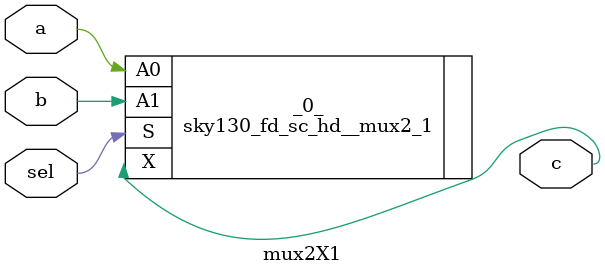
<source format=v>
/* Generated by Yosys 0.9+4274 (git sha1 e6dd4db0, gcc 9.3.0-17ubuntu1~20.04 -fPIC -Os) */

(* top =  1  *)
(* src = "../2x1mux.v:1.1-11.10" *)
module mux2X1(a, b, sel, c);
  (* src = "../2x1mux.v:2.14-2.15" *)
  input a;
  (* src = "../2x1mux.v:2.16-2.17" *)
  input b;
  (* src = "../2x1mux.v:3.19-3.20" *)
  output c;
  (* src = "../2x1mux.v:2.18-2.21" *)
  input sel;
  sky130_fd_sc_hd__mux2_1 _0_ (
    .A0(a),
    .A1(b),
    .S(sel),
    .X(c)
  );
endmodule

</source>
